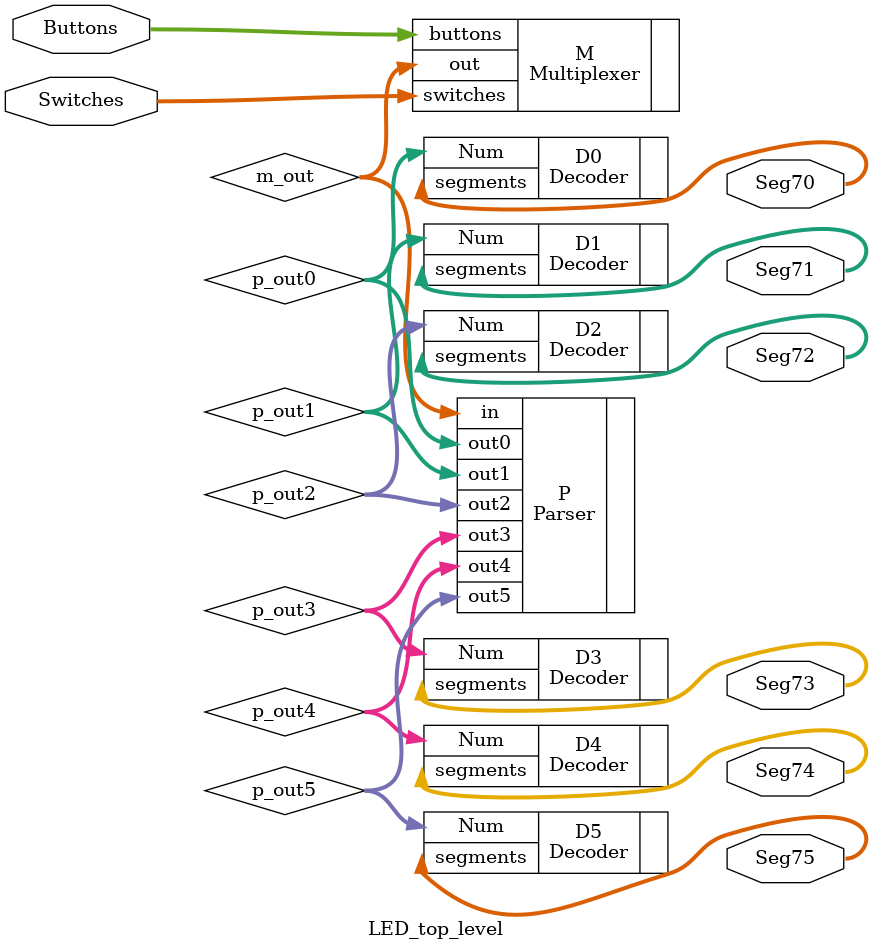
<source format=sv>
module LED_top_level( //Every SV File starts with module and ends with endmodule
    input logic [9:0] Switches, //after the name of the module, all its inputs and outputs are declared in the ()
    input logic [1:0] Buttons,
    output logic [6:0] Seg70, Seg71, Seg72, Seg73, Seg74, Seg75
);
    /*******************************/
    /* Set internal variables here */
    /*******************************/
    logic [16:0] m_out;
    logic [3:0] p_out0, p_out1, p_out2, p_out3, p_out4, p_out5;

    /********************************************/
    /* Instanciate and Connect all modules here */
    /********************************************/

    Multiplexer M(
        .switches(Switches),
        .buttons(Buttons),
        .out(m_out)
    );

    Parser P(
        .in(m_out),
        .out0(p_out0),
        .out1(p_out1),
        .out2(p_out2),
        .out3(p_out3),
        .out4(p_out4),
        .out5(p_out5)
    );

    Decoder D0(
        .Num(p_out0),
        .segments(Seg70)
    );
    Decoder D1(
        .Num(p_out1),
        .segments(Seg71)
    );
    Decoder D2(
        .Num(p_out2),
        .segments(Seg72)
    );
    Decoder D3(
        .Num(p_out3),
        .segments(Seg73)
    );
    Decoder D4(
        .Num(p_out4),
        .segments(Seg74)
    );
    Decoder D5(
        .Num(p_out5),
        .segments(Seg75)
    );

endmodule

</source>
